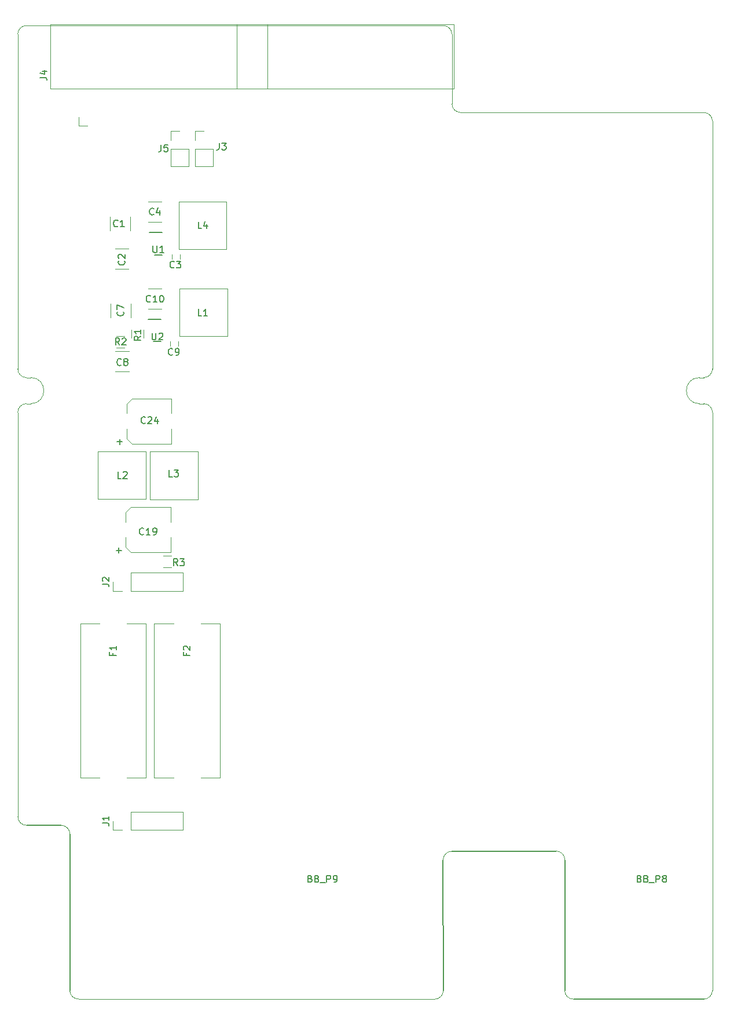
<source format=gto>
G04 #@! TF.FileFunction,Legend,Top*
%FSLAX46Y46*%
G04 Gerber Fmt 4.6, Leading zero omitted, Abs format (unit mm)*
G04 Created by KiCad (PCBNEW 4.0.7) date Monday, July 09, 2018 'PMt' 12:45:27 PM*
%MOMM*%
%LPD*%
G01*
G04 APERTURE LIST*
%ADD10C,0.020000*%
%ADD11C,0.100000*%
%ADD12C,0.150000*%
%ADD13C,0.120000*%
G04 APERTURE END LIST*
D10*
D11*
X27927300Y-67271900D02*
G75*
G02X29222700Y-68567300I0J-1295400D01*
G01*
X11417300Y-68567300D02*
G75*
G02X12687300Y-67297300I1270000J0D01*
G01*
X-44437300Y-63512700D02*
G75*
G02X-43167300Y-64782700I0J-1270000D01*
G01*
X11442700Y-87642700D02*
G75*
G02X10172700Y-88912700I-1270000J0D01*
G01*
X30467300Y-88912700D02*
G75*
G02X29197300Y-87642700I0J1270000D01*
G01*
D12*
X30480000Y-88900000D02*
X49530000Y-88900000D01*
D11*
X-41922700Y-88887300D02*
G75*
G02X-43192700Y-87617300I0J1270000D01*
G01*
D12*
X-43167300Y-64782700D02*
X-43180000Y-87630000D01*
X-49530000Y-63500000D02*
X-44437300Y-63512700D01*
X29222700Y-68567300D02*
X29210000Y-87630000D01*
X12687300Y-67297300D02*
X27927300Y-67297300D01*
X11430000Y-87630000D02*
X11417300Y-68567300D01*
D11*
X-50800000Y-3175000D02*
G75*
G02X-49530000Y-1905000I1270000J0D01*
G01*
X-49530000Y-1905000D02*
X-48895000Y-1905000D01*
X-48895000Y1905000D02*
G75*
G02X-48895000Y-1905000I0J-1905000D01*
G01*
X-48895000Y1905000D02*
X-49530000Y1905000D01*
X-49530000Y1905000D02*
G75*
G02X-50800000Y3175000I0J1270000D01*
G01*
X-50800000Y52070000D02*
X-50800000Y3175000D01*
X-50800000Y52070000D02*
G75*
G02X-49530000Y53340000I1270000J0D01*
G01*
X11430000Y53340000D02*
X-49530000Y53340000D01*
X11430000Y53340000D02*
G75*
G02X12700000Y52070000I0J-1270000D01*
G01*
X12700000Y52070000D02*
X12700000Y41910000D01*
X13970000Y40640000D02*
G75*
G02X12700000Y41910000I0J1270000D01*
G01*
X13970000Y40640000D02*
X49530000Y40640000D01*
X49530000Y40640000D02*
G75*
G02X50800000Y39370000I0J-1270000D01*
G01*
X50800000Y3175000D02*
X50800000Y39370000D01*
X50800000Y3175000D02*
G75*
G02X49530000Y1905000I-1270000J0D01*
G01*
X48895000Y1905000D02*
X49530000Y1905000D01*
X48895000Y-1905000D02*
G75*
G02X48895000Y1905000I0J1905000D01*
G01*
X49530000Y-1905000D02*
X48895000Y-1905000D01*
X49530000Y-1905000D02*
G75*
G02X50800000Y-3175000I0J-1270000D01*
G01*
X50800000Y-87630000D02*
X50800000Y-3175000D01*
X50800000Y-87630000D02*
G75*
G02X49530000Y-88900000I-1270000J0D01*
G01*
X-41910000Y-88900000D02*
X10160000Y-88900000D01*
X-49517300Y-63512700D02*
G75*
G02X-50787300Y-62242700I0J1270000D01*
G01*
X-50800000Y-3175000D02*
X-50800000Y-62230000D01*
D13*
X-41910000Y38722300D02*
X-40640000Y38722300D01*
X-41910000Y39992300D02*
X-41910000Y38722300D01*
X-45990000Y53472300D02*
X12970000Y53472300D01*
X-45990000Y44122300D02*
X-45990000Y53472300D01*
X-18760000Y44122300D02*
X-18760000Y53472300D01*
X-14260000Y44122300D02*
X-14260000Y53472300D01*
X12970000Y44122300D02*
X12970000Y53472300D01*
X12970000Y44122300D02*
X-45990000Y44122300D01*
X-37294000Y25384000D02*
X-37294000Y23384000D01*
X-34334000Y23384000D02*
X-34334000Y25384000D01*
X-36560000Y17824000D02*
X-34560000Y17824000D01*
X-34560000Y20784000D02*
X-36560000Y20784000D01*
X-27086000Y19908000D02*
X-27086000Y19208000D01*
X-28286000Y19208000D02*
X-28286000Y19908000D01*
X-31734000Y24682000D02*
X-29734000Y24682000D01*
X-29734000Y27642000D02*
X-31734000Y27642000D01*
X-37243200Y12709400D02*
X-37243200Y10709400D01*
X-34283200Y10709400D02*
X-34283200Y12709400D01*
X-36509200Y2838000D02*
X-34509200Y2838000D01*
X-34509200Y5798000D02*
X-36509200Y5798000D01*
X-27340000Y7208000D02*
X-27340000Y6508000D01*
X-28540000Y6508000D02*
X-28540000Y7208000D01*
X-31734000Y11982000D02*
X-29734000Y11982000D01*
X-29734000Y14942000D02*
X-31734000Y14942000D01*
X-28450000Y-23620000D02*
X-28450000Y-21440000D01*
X-28450000Y-17020000D02*
X-28450000Y-19200000D01*
X-35050000Y-22860000D02*
X-35050000Y-21440000D01*
X-35050000Y-17780000D02*
X-35050000Y-19200000D01*
X-28450000Y-23620000D02*
X-34290000Y-23620000D01*
X-34290000Y-23620000D02*
X-35050000Y-22860000D01*
X-35050000Y-17780000D02*
X-34290000Y-17020000D01*
X-34290000Y-17020000D02*
X-28450000Y-17020000D01*
X-28290000Y-7745000D02*
X-28290000Y-5565000D01*
X-28290000Y-1145000D02*
X-28290000Y-3325000D01*
X-34890000Y-6985000D02*
X-34890000Y-5565000D01*
X-34890000Y-1905000D02*
X-34890000Y-3325000D01*
X-28290000Y-7745000D02*
X-34130000Y-7745000D01*
X-34130000Y-7745000D02*
X-34890000Y-6985000D01*
X-34890000Y-1905000D02*
X-34130000Y-1145000D01*
X-34130000Y-1145000D02*
X-28290000Y-1145000D01*
X-41630000Y-56515000D02*
X-38830000Y-56515000D01*
X-34830000Y-56515000D02*
X-32030000Y-56515000D01*
X-34830000Y-34015000D02*
X-32030000Y-34015000D01*
X-32030000Y-34015000D02*
X-32030000Y-56515000D01*
X-41630000Y-34015000D02*
X-41630000Y-56515000D01*
X-41630000Y-34015000D02*
X-38830000Y-34015000D01*
X-30835000Y-56515000D02*
X-28035000Y-56515000D01*
X-24035000Y-56515000D02*
X-21235000Y-56515000D01*
X-24035000Y-34015000D02*
X-21235000Y-34015000D01*
X-21235000Y-34015000D02*
X-21235000Y-56515000D01*
X-30835000Y-34015000D02*
X-30835000Y-56515000D01*
X-30835000Y-34015000D02*
X-28035000Y-34015000D01*
D11*
X-20122000Y7930000D02*
X-20122000Y14930000D01*
X-27122000Y14930000D02*
X-20122000Y14930000D01*
X-27122000Y7930000D02*
X-27122000Y14930000D01*
X-20122000Y7930000D02*
X-27122000Y7930000D01*
X-32060000Y-15845601D02*
X-32060000Y-8845601D01*
X-39060000Y-8845601D02*
X-32060000Y-8845601D01*
X-39060000Y-15845601D02*
X-39060000Y-8845601D01*
X-32060000Y-15845601D02*
X-39060000Y-15845601D01*
X-24440000Y-15920000D02*
X-24440000Y-8920000D01*
X-31440000Y-8920000D02*
X-24440000Y-8920000D01*
X-31440000Y-15920000D02*
X-31440000Y-8920000D01*
X-24440000Y-15920000D02*
X-31440000Y-15920000D01*
X-20249000Y20630000D02*
X-20249000Y27630000D01*
X-27249000Y27630000D02*
X-20249000Y27630000D01*
X-27249000Y20630000D02*
X-27249000Y27630000D01*
X-20249000Y20630000D02*
X-27249000Y20630000D01*
D13*
X-32394000Y8916000D02*
X-32394000Y7716000D01*
X-34154000Y7716000D02*
X-34154000Y8916000D01*
X-35214000Y6232000D02*
X-36414000Y6232000D01*
X-36414000Y7992000D02*
X-35214000Y7992000D01*
X-28305200Y-25848200D02*
X-29505200Y-25848200D01*
X-29505200Y-24088200D02*
X-28305200Y-24088200D01*
D12*
X-30801000Y19838000D02*
X-29651000Y19838000D01*
X-31576000Y23088000D02*
X-29651000Y23088000D01*
X-30964000Y7173000D02*
X-29814000Y7173000D01*
X-31739000Y10423000D02*
X-29814000Y10423000D01*
D13*
X-26610000Y-64195000D02*
X-26610000Y-61535000D01*
X-34290000Y-64195000D02*
X-26610000Y-64195000D01*
X-34290000Y-61535000D02*
X-26610000Y-61535000D01*
X-34290000Y-64195000D02*
X-34290000Y-61535000D01*
X-35560000Y-64195000D02*
X-36890000Y-64195000D01*
X-36890000Y-64195000D02*
X-36890000Y-62865000D01*
X-26610000Y-29270000D02*
X-26610000Y-26610000D01*
X-34290000Y-29270000D02*
X-26610000Y-29270000D01*
X-34290000Y-26610000D02*
X-26610000Y-26610000D01*
X-34290000Y-29270000D02*
X-34290000Y-26610000D01*
X-35560000Y-29270000D02*
X-36890000Y-29270000D01*
X-36890000Y-29270000D02*
X-36890000Y-27940000D01*
X-24888500Y32744100D02*
X-22228500Y32744100D01*
X-24888500Y35344100D02*
X-24888500Y32744100D01*
X-22228500Y35344100D02*
X-22228500Y32744100D01*
X-24888500Y35344100D02*
X-22228500Y35344100D01*
X-24888500Y36614100D02*
X-24888500Y37944100D01*
X-24888500Y37944100D02*
X-23558500Y37944100D01*
X-28444500Y32744100D02*
X-25784500Y32744100D01*
X-28444500Y35344100D02*
X-28444500Y32744100D01*
X-25784500Y35344100D02*
X-25784500Y32744100D01*
X-28444500Y35344100D02*
X-25784500Y35344100D01*
X-28444500Y36614100D02*
X-28444500Y37944100D01*
X-28444500Y37944100D02*
X-27114500Y37944100D01*
D12*
X-47537619Y45763967D02*
X-46823333Y45763967D01*
X-46680476Y45716347D01*
X-46585238Y45621109D01*
X-46537619Y45478252D01*
X-46537619Y45383014D01*
X-47204286Y46668729D02*
X-46537619Y46668729D01*
X-47585238Y46430633D02*
X-46870952Y46192538D01*
X-46870952Y46811586D01*
X-36161166Y24026857D02*
X-36208785Y23979238D01*
X-36351642Y23931619D01*
X-36446880Y23931619D01*
X-36589738Y23979238D01*
X-36684976Y24074476D01*
X-36732595Y24169714D01*
X-36780214Y24360190D01*
X-36780214Y24503048D01*
X-36732595Y24693524D01*
X-36684976Y24788762D01*
X-36589738Y24884000D01*
X-36446880Y24931619D01*
X-36351642Y24931619D01*
X-36208785Y24884000D01*
X-36161166Y24836381D01*
X-35208785Y23931619D02*
X-35780214Y23931619D01*
X-35494500Y23931619D02*
X-35494500Y24931619D01*
X-35589738Y24788762D01*
X-35684976Y24693524D01*
X-35780214Y24645905D01*
X-35202857Y18959434D02*
X-35155238Y18911815D01*
X-35107619Y18768958D01*
X-35107619Y18673720D01*
X-35155238Y18530862D01*
X-35250476Y18435624D01*
X-35345714Y18388005D01*
X-35536190Y18340386D01*
X-35679048Y18340386D01*
X-35869524Y18388005D01*
X-35964762Y18435624D01*
X-36060000Y18530862D01*
X-36107619Y18673720D01*
X-36107619Y18768958D01*
X-36060000Y18911815D01*
X-36012381Y18959434D01*
X-36012381Y19340386D02*
X-36060000Y19388005D01*
X-36107619Y19483243D01*
X-36107619Y19721339D01*
X-36060000Y19816577D01*
X-36012381Y19864196D01*
X-35917143Y19911815D01*
X-35821905Y19911815D01*
X-35679048Y19864196D01*
X-35107619Y19292767D01*
X-35107619Y19911815D01*
X-27911166Y18018957D02*
X-27958785Y17971338D01*
X-28101642Y17923719D01*
X-28196880Y17923719D01*
X-28339738Y17971338D01*
X-28434976Y18066576D01*
X-28482595Y18161814D01*
X-28530214Y18352290D01*
X-28530214Y18495148D01*
X-28482595Y18685624D01*
X-28434976Y18780862D01*
X-28339738Y18876100D01*
X-28196880Y18923719D01*
X-28101642Y18923719D01*
X-27958785Y18876100D01*
X-27911166Y18828481D01*
X-27577833Y18923719D02*
X-26958785Y18923719D01*
X-27292119Y18542767D01*
X-27149261Y18542767D01*
X-27054023Y18495148D01*
X-27006404Y18447529D01*
X-26958785Y18352290D01*
X-26958785Y18114195D01*
X-27006404Y18018957D01*
X-27054023Y17971338D01*
X-27149261Y17923719D01*
X-27434976Y17923719D01*
X-27530214Y17971338D01*
X-27577833Y18018957D01*
X-30900666Y25768957D02*
X-30948285Y25721338D01*
X-31091142Y25673719D01*
X-31186380Y25673719D01*
X-31329238Y25721338D01*
X-31424476Y25816576D01*
X-31472095Y25911814D01*
X-31519714Y26102290D01*
X-31519714Y26245148D01*
X-31472095Y26435624D01*
X-31424476Y26530862D01*
X-31329238Y26626100D01*
X-31186380Y26673719D01*
X-31091142Y26673719D01*
X-30948285Y26626100D01*
X-30900666Y26578481D01*
X-30043523Y26340386D02*
X-30043523Y25673719D01*
X-30281619Y26721338D02*
X-30519714Y26007052D01*
X-29900666Y26007052D01*
X-35387357Y11542734D02*
X-35339738Y11495115D01*
X-35292119Y11352258D01*
X-35292119Y11257020D01*
X-35339738Y11114162D01*
X-35434976Y11018924D01*
X-35530214Y10971305D01*
X-35720690Y10923686D01*
X-35863548Y10923686D01*
X-36054024Y10971305D01*
X-36149262Y11018924D01*
X-36244500Y11114162D01*
X-36292119Y11257020D01*
X-36292119Y11352258D01*
X-36244500Y11495115D01*
X-36196881Y11542734D01*
X-36292119Y11876067D02*
X-36292119Y12542734D01*
X-35292119Y12114162D01*
X-35661166Y3768957D02*
X-35708785Y3721338D01*
X-35851642Y3673719D01*
X-35946880Y3673719D01*
X-36089738Y3721338D01*
X-36184976Y3816576D01*
X-36232595Y3911814D01*
X-36280214Y4102290D01*
X-36280214Y4245148D01*
X-36232595Y4435624D01*
X-36184976Y4530862D01*
X-36089738Y4626100D01*
X-35946880Y4673719D01*
X-35851642Y4673719D01*
X-35708785Y4626100D01*
X-35661166Y4578481D01*
X-35089738Y4245148D02*
X-35184976Y4292767D01*
X-35232595Y4340386D01*
X-35280214Y4435624D01*
X-35280214Y4483243D01*
X-35232595Y4578481D01*
X-35184976Y4626100D01*
X-35089738Y4673719D01*
X-34899261Y4673719D01*
X-34804023Y4626100D01*
X-34756404Y4578481D01*
X-34708785Y4483243D01*
X-34708785Y4435624D01*
X-34756404Y4340386D01*
X-34804023Y4292767D01*
X-34899261Y4245148D01*
X-35089738Y4245148D01*
X-35184976Y4197529D01*
X-35232595Y4149910D01*
X-35280214Y4054671D01*
X-35280214Y3864195D01*
X-35232595Y3768957D01*
X-35184976Y3721338D01*
X-35089738Y3673719D01*
X-34899261Y3673719D01*
X-34804023Y3721338D01*
X-34756404Y3768957D01*
X-34708785Y3864195D01*
X-34708785Y4054671D01*
X-34756404Y4149910D01*
X-34804023Y4197529D01*
X-34899261Y4245148D01*
X-28161166Y5268957D02*
X-28208785Y5221338D01*
X-28351642Y5173719D01*
X-28446880Y5173719D01*
X-28589738Y5221338D01*
X-28684976Y5316576D01*
X-28732595Y5411814D01*
X-28780214Y5602290D01*
X-28780214Y5745148D01*
X-28732595Y5935624D01*
X-28684976Y6030862D01*
X-28589738Y6126100D01*
X-28446880Y6173719D01*
X-28351642Y6173719D01*
X-28208785Y6126100D01*
X-28161166Y6078481D01*
X-27684976Y5173719D02*
X-27494500Y5173719D01*
X-27399261Y5221338D01*
X-27351642Y5268957D01*
X-27256404Y5411814D01*
X-27208785Y5602290D01*
X-27208785Y5983243D01*
X-27256404Y6078481D01*
X-27304023Y6126100D01*
X-27399261Y6173719D01*
X-27589738Y6173719D01*
X-27684976Y6126100D01*
X-27732595Y6078481D01*
X-27780214Y5983243D01*
X-27780214Y5745148D01*
X-27732595Y5649910D01*
X-27684976Y5602290D01*
X-27589738Y5554671D01*
X-27399261Y5554671D01*
X-27304023Y5602290D01*
X-27256404Y5649910D01*
X-27208785Y5745148D01*
X-31376857Y13018957D02*
X-31424476Y12971338D01*
X-31567333Y12923719D01*
X-31662571Y12923719D01*
X-31805429Y12971338D01*
X-31900667Y13066576D01*
X-31948286Y13161814D01*
X-31995905Y13352290D01*
X-31995905Y13495148D01*
X-31948286Y13685624D01*
X-31900667Y13780862D01*
X-31805429Y13876100D01*
X-31662571Y13923719D01*
X-31567333Y13923719D01*
X-31424476Y13876100D01*
X-31376857Y13828481D01*
X-30424476Y12923719D02*
X-30995905Y12923719D01*
X-30710191Y12923719D02*
X-30710191Y13923719D01*
X-30805429Y13780862D01*
X-30900667Y13685624D01*
X-30995905Y13638005D01*
X-29805429Y13923719D02*
X-29710190Y13923719D01*
X-29614952Y13876100D01*
X-29567333Y13828481D01*
X-29519714Y13733243D01*
X-29472095Y13542767D01*
X-29472095Y13304671D01*
X-29519714Y13114195D01*
X-29567333Y13018957D01*
X-29614952Y12971338D01*
X-29710190Y12923719D01*
X-29805429Y12923719D01*
X-29900667Y12971338D01*
X-29948286Y13018957D01*
X-29995905Y13114195D01*
X-30043524Y13304671D01*
X-30043524Y13542767D01*
X-29995905Y13733243D01*
X-29948286Y13828481D01*
X-29900667Y13876100D01*
X-29805429Y13923719D01*
X-32387357Y-20981043D02*
X-32434976Y-21028662D01*
X-32577833Y-21076281D01*
X-32673071Y-21076281D01*
X-32815929Y-21028662D01*
X-32911167Y-20933424D01*
X-32958786Y-20838186D01*
X-33006405Y-20647710D01*
X-33006405Y-20504852D01*
X-32958786Y-20314376D01*
X-32911167Y-20219138D01*
X-32815929Y-20123900D01*
X-32673071Y-20076281D01*
X-32577833Y-20076281D01*
X-32434976Y-20123900D01*
X-32387357Y-20171519D01*
X-31434976Y-21076281D02*
X-32006405Y-21076281D01*
X-31720691Y-21076281D02*
X-31720691Y-20076281D01*
X-31815929Y-20219138D01*
X-31911167Y-20314376D01*
X-32006405Y-20361995D01*
X-30958786Y-21076281D02*
X-30768310Y-21076281D01*
X-30673071Y-21028662D01*
X-30625452Y-20981043D01*
X-30530214Y-20838186D01*
X-30482595Y-20647710D01*
X-30482595Y-20266757D01*
X-30530214Y-20171519D01*
X-30577833Y-20123900D01*
X-30673071Y-20076281D01*
X-30863548Y-20076281D01*
X-30958786Y-20123900D01*
X-31006405Y-20171519D01*
X-31054024Y-20266757D01*
X-31054024Y-20504852D01*
X-31006405Y-20600090D01*
X-30958786Y-20647710D01*
X-30863548Y-20695329D01*
X-30673071Y-20695329D01*
X-30577833Y-20647710D01*
X-30530214Y-20600090D01*
X-30482595Y-20504852D01*
X-36410952Y-23351429D02*
X-35649047Y-23351429D01*
X-36029999Y-23732381D02*
X-36029999Y-22970476D01*
X-32137357Y-4731043D02*
X-32184976Y-4778662D01*
X-32327833Y-4826281D01*
X-32423071Y-4826281D01*
X-32565929Y-4778662D01*
X-32661167Y-4683424D01*
X-32708786Y-4588186D01*
X-32756405Y-4397710D01*
X-32756405Y-4254852D01*
X-32708786Y-4064376D01*
X-32661167Y-3969138D01*
X-32565929Y-3873900D01*
X-32423071Y-3826281D01*
X-32327833Y-3826281D01*
X-32184976Y-3873900D01*
X-32137357Y-3921519D01*
X-31756405Y-3921519D02*
X-31708786Y-3873900D01*
X-31613548Y-3826281D01*
X-31375452Y-3826281D01*
X-31280214Y-3873900D01*
X-31232595Y-3921519D01*
X-31184976Y-4016757D01*
X-31184976Y-4111995D01*
X-31232595Y-4254852D01*
X-31804024Y-4826281D01*
X-31184976Y-4826281D01*
X-30327833Y-4159614D02*
X-30327833Y-4826281D01*
X-30565929Y-3778662D02*
X-30804024Y-4492948D01*
X-30184976Y-4492948D01*
X-36250952Y-7476429D02*
X-35489047Y-7476429D01*
X-35869999Y-7857381D02*
X-35869999Y-7095476D01*
X-36901429Y-38348333D02*
X-36901429Y-38681667D01*
X-36377619Y-38681667D02*
X-37377619Y-38681667D01*
X-37377619Y-38205476D01*
X-36377619Y-37300714D02*
X-36377619Y-37872143D01*
X-36377619Y-37586429D02*
X-37377619Y-37586429D01*
X-37234762Y-37681667D01*
X-37139524Y-37776905D01*
X-37091905Y-37872143D01*
X-26106429Y-38348333D02*
X-26106429Y-38681667D01*
X-25582619Y-38681667D02*
X-26582619Y-38681667D01*
X-26582619Y-38205476D01*
X-26487381Y-37872143D02*
X-26535000Y-37824524D01*
X-26582619Y-37729286D01*
X-26582619Y-37491190D01*
X-26535000Y-37395952D01*
X-26487381Y-37348333D01*
X-26392143Y-37300714D01*
X-26296905Y-37300714D01*
X-26154048Y-37348333D01*
X-25582619Y-37919762D01*
X-25582619Y-37300714D01*
X-23911166Y10923719D02*
X-24387357Y10923719D01*
X-24387357Y11923719D01*
X-23054023Y10923719D02*
X-23625452Y10923719D01*
X-23339738Y10923719D02*
X-23339738Y11923719D01*
X-23434976Y11780862D01*
X-23530214Y11685624D01*
X-23625452Y11638005D01*
X-35661166Y-12826281D02*
X-36137357Y-12826281D01*
X-36137357Y-11826281D01*
X-35375452Y-11921519D02*
X-35327833Y-11873900D01*
X-35232595Y-11826281D01*
X-34994499Y-11826281D01*
X-34899261Y-11873900D01*
X-34851642Y-11921519D01*
X-34804023Y-12016757D01*
X-34804023Y-12111995D01*
X-34851642Y-12254852D01*
X-35423071Y-12826281D01*
X-34804023Y-12826281D01*
X-28161166Y-12576281D02*
X-28637357Y-12576281D01*
X-28637357Y-11576281D01*
X-27923071Y-11576281D02*
X-27304023Y-11576281D01*
X-27637357Y-11957233D01*
X-27494499Y-11957233D01*
X-27399261Y-12004852D01*
X-27351642Y-12052471D01*
X-27304023Y-12147710D01*
X-27304023Y-12385805D01*
X-27351642Y-12481043D01*
X-27399261Y-12528662D01*
X-27494499Y-12576281D01*
X-27780214Y-12576281D01*
X-27875452Y-12528662D01*
X-27923071Y-12481043D01*
X-23915666Y23673719D02*
X-24391857Y23673719D01*
X-24391857Y24673719D01*
X-23153761Y24340386D02*
X-23153761Y23673719D01*
X-23391857Y24721338D02*
X-23629952Y24007052D01*
X-23010904Y24007052D01*
X-32792119Y7959434D02*
X-33268310Y7626100D01*
X-32792119Y7388005D02*
X-33792119Y7388005D01*
X-33792119Y7768958D01*
X-33744500Y7864196D01*
X-33696881Y7911815D01*
X-33601643Y7959434D01*
X-33458786Y7959434D01*
X-33363548Y7911815D01*
X-33315929Y7864196D01*
X-33268310Y7768958D01*
X-33268310Y7388005D01*
X-32792119Y8911815D02*
X-32792119Y8340386D01*
X-32792119Y8626100D02*
X-33792119Y8626100D01*
X-33649262Y8530862D01*
X-33554024Y8435624D01*
X-33506405Y8340386D01*
X-35911166Y6673719D02*
X-36244500Y7149910D01*
X-36482595Y6673719D02*
X-36482595Y7673719D01*
X-36101642Y7673719D01*
X-36006404Y7626100D01*
X-35958785Y7578481D01*
X-35911166Y7483243D01*
X-35911166Y7340386D01*
X-35958785Y7245148D01*
X-36006404Y7197529D01*
X-36101642Y7149910D01*
X-36482595Y7149910D01*
X-35530214Y7578481D02*
X-35482595Y7626100D01*
X-35387357Y7673719D01*
X-35149261Y7673719D01*
X-35054023Y7626100D01*
X-35006404Y7578481D01*
X-34958785Y7483243D01*
X-34958785Y7388005D01*
X-35006404Y7245148D01*
X-35577833Y6673719D01*
X-34958785Y6673719D01*
X-27411166Y-25576281D02*
X-27744500Y-25100090D01*
X-27982595Y-25576281D02*
X-27982595Y-24576281D01*
X-27601642Y-24576281D01*
X-27506404Y-24623900D01*
X-27458785Y-24671519D01*
X-27411166Y-24766757D01*
X-27411166Y-24909614D01*
X-27458785Y-25004852D01*
X-27506404Y-25052471D01*
X-27601642Y-25100090D01*
X-27982595Y-25100090D01*
X-27077833Y-24576281D02*
X-26458785Y-24576281D01*
X-26792119Y-24957233D01*
X-26649261Y-24957233D01*
X-26554023Y-25004852D01*
X-26506404Y-25052471D01*
X-26458785Y-25147710D01*
X-26458785Y-25385805D01*
X-26506404Y-25481043D01*
X-26554023Y-25528662D01*
X-26649261Y-25576281D01*
X-26934976Y-25576281D01*
X-27030214Y-25528662D01*
X-27077833Y-25481043D01*
X-31006405Y21173719D02*
X-31006405Y20364195D01*
X-30958786Y20268957D01*
X-30911167Y20221338D01*
X-30815929Y20173719D01*
X-30625452Y20173719D01*
X-30530214Y20221338D01*
X-30482595Y20268957D01*
X-30434976Y20364195D01*
X-30434976Y21173719D01*
X-29434976Y20173719D02*
X-30006405Y20173719D01*
X-29720691Y20173719D02*
X-29720691Y21173719D01*
X-29815929Y21030862D01*
X-29911167Y20935624D01*
X-30006405Y20888005D01*
X-31150905Y8423719D02*
X-31150905Y7614195D01*
X-31103286Y7518957D01*
X-31055667Y7471338D01*
X-30960429Y7423719D01*
X-30769952Y7423719D01*
X-30674714Y7471338D01*
X-30627095Y7518957D01*
X-30579476Y7614195D01*
X-30579476Y8423719D01*
X-30150905Y8328481D02*
X-30103286Y8376100D01*
X-30008048Y8423719D01*
X-29769952Y8423719D01*
X-29674714Y8376100D01*
X-29627095Y8328481D01*
X-29579476Y8233243D01*
X-29579476Y8138005D01*
X-29627095Y7995148D01*
X-30198524Y7423719D01*
X-29579476Y7423719D01*
X-38437619Y-63198333D02*
X-37723333Y-63198333D01*
X-37580476Y-63245953D01*
X-37485238Y-63341191D01*
X-37437619Y-63484048D01*
X-37437619Y-63579286D01*
X-37437619Y-62198333D02*
X-37437619Y-62769762D01*
X-37437619Y-62484048D02*
X-38437619Y-62484048D01*
X-38294762Y-62579286D01*
X-38199524Y-62674524D01*
X-38151905Y-62769762D01*
X-38437619Y-28273333D02*
X-37723333Y-28273333D01*
X-37580476Y-28320953D01*
X-37485238Y-28416191D01*
X-37437619Y-28559048D01*
X-37437619Y-28654286D01*
X-38342381Y-27844762D02*
X-38390000Y-27797143D01*
X-38437619Y-27701905D01*
X-38437619Y-27463809D01*
X-38390000Y-27368571D01*
X-38342381Y-27320952D01*
X-38247143Y-27273333D01*
X-38151905Y-27273333D01*
X-38009048Y-27320952D01*
X-37437619Y-27892381D01*
X-37437619Y-27273333D01*
X-21327833Y36173719D02*
X-21327833Y35459433D01*
X-21375453Y35316576D01*
X-21470691Y35221338D01*
X-21613548Y35173719D01*
X-21708786Y35173719D01*
X-20946881Y36173719D02*
X-20327833Y36173719D01*
X-20661167Y35792767D01*
X-20518309Y35792767D01*
X-20423071Y35745148D01*
X-20375452Y35697529D01*
X-20327833Y35602290D01*
X-20327833Y35364195D01*
X-20375452Y35268957D01*
X-20423071Y35221338D01*
X-20518309Y35173719D01*
X-20804024Y35173719D01*
X-20899262Y35221338D01*
X-20946881Y35268957D01*
X-29827833Y35923719D02*
X-29827833Y35209433D01*
X-29875453Y35066576D01*
X-29970691Y34971338D01*
X-30113548Y34923719D01*
X-30208786Y34923719D01*
X-28875452Y35923719D02*
X-29351643Y35923719D01*
X-29399262Y35447529D01*
X-29351643Y35495148D01*
X-29256405Y35542767D01*
X-29018309Y35542767D01*
X-28923071Y35495148D01*
X-28875452Y35447529D01*
X-28827833Y35352290D01*
X-28827833Y35114195D01*
X-28875452Y35018957D01*
X-28923071Y34971338D01*
X-29018309Y34923719D01*
X-29256405Y34923719D01*
X-29351643Y34971338D01*
X-29399262Y35018957D01*
X40124286Y-71302471D02*
X40267143Y-71350090D01*
X40314762Y-71397710D01*
X40362381Y-71492948D01*
X40362381Y-71635805D01*
X40314762Y-71731043D01*
X40267143Y-71778662D01*
X40171905Y-71826281D01*
X39790952Y-71826281D01*
X39790952Y-70826281D01*
X40124286Y-70826281D01*
X40219524Y-70873900D01*
X40267143Y-70921519D01*
X40314762Y-71016757D01*
X40314762Y-71111995D01*
X40267143Y-71207233D01*
X40219524Y-71254852D01*
X40124286Y-71302471D01*
X39790952Y-71302471D01*
X41124286Y-71302471D02*
X41267143Y-71350090D01*
X41314762Y-71397710D01*
X41362381Y-71492948D01*
X41362381Y-71635805D01*
X41314762Y-71731043D01*
X41267143Y-71778662D01*
X41171905Y-71826281D01*
X40790952Y-71826281D01*
X40790952Y-70826281D01*
X41124286Y-70826281D01*
X41219524Y-70873900D01*
X41267143Y-70921519D01*
X41314762Y-71016757D01*
X41314762Y-71111995D01*
X41267143Y-71207233D01*
X41219524Y-71254852D01*
X41124286Y-71302471D01*
X40790952Y-71302471D01*
X41552857Y-71921519D02*
X42314762Y-71921519D01*
X42552857Y-71826281D02*
X42552857Y-70826281D01*
X42933810Y-70826281D01*
X43029048Y-70873900D01*
X43076667Y-70921519D01*
X43124286Y-71016757D01*
X43124286Y-71159614D01*
X43076667Y-71254852D01*
X43029048Y-71302471D01*
X42933810Y-71350090D01*
X42552857Y-71350090D01*
X43695714Y-71254852D02*
X43600476Y-71207233D01*
X43552857Y-71159614D01*
X43505238Y-71064376D01*
X43505238Y-71016757D01*
X43552857Y-70921519D01*
X43600476Y-70873900D01*
X43695714Y-70826281D01*
X43886191Y-70826281D01*
X43981429Y-70873900D01*
X44029048Y-70921519D01*
X44076667Y-71016757D01*
X44076667Y-71064376D01*
X44029048Y-71159614D01*
X43981429Y-71207233D01*
X43886191Y-71254852D01*
X43695714Y-71254852D01*
X43600476Y-71302471D01*
X43552857Y-71350090D01*
X43505238Y-71445329D01*
X43505238Y-71635805D01*
X43552857Y-71731043D01*
X43600476Y-71778662D01*
X43695714Y-71826281D01*
X43886191Y-71826281D01*
X43981429Y-71778662D01*
X44029048Y-71731043D01*
X44076667Y-71635805D01*
X44076667Y-71445329D01*
X44029048Y-71350090D01*
X43981429Y-71302471D01*
X43886191Y-71254852D01*
X-8030214Y-71302471D02*
X-7887357Y-71350090D01*
X-7839738Y-71397710D01*
X-7792119Y-71492948D01*
X-7792119Y-71635805D01*
X-7839738Y-71731043D01*
X-7887357Y-71778662D01*
X-7982595Y-71826281D01*
X-8363548Y-71826281D01*
X-8363548Y-70826281D01*
X-8030214Y-70826281D01*
X-7934976Y-70873900D01*
X-7887357Y-70921519D01*
X-7839738Y-71016757D01*
X-7839738Y-71111995D01*
X-7887357Y-71207233D01*
X-7934976Y-71254852D01*
X-8030214Y-71302471D01*
X-8363548Y-71302471D01*
X-7030214Y-71302471D02*
X-6887357Y-71350090D01*
X-6839738Y-71397710D01*
X-6792119Y-71492948D01*
X-6792119Y-71635805D01*
X-6839738Y-71731043D01*
X-6887357Y-71778662D01*
X-6982595Y-71826281D01*
X-7363548Y-71826281D01*
X-7363548Y-70826281D01*
X-7030214Y-70826281D01*
X-6934976Y-70873900D01*
X-6887357Y-70921519D01*
X-6839738Y-71016757D01*
X-6839738Y-71111995D01*
X-6887357Y-71207233D01*
X-6934976Y-71254852D01*
X-7030214Y-71302471D01*
X-7363548Y-71302471D01*
X-6601643Y-71921519D02*
X-5839738Y-71921519D01*
X-5601643Y-71826281D02*
X-5601643Y-70826281D01*
X-5220690Y-70826281D01*
X-5125452Y-70873900D01*
X-5077833Y-70921519D01*
X-5030214Y-71016757D01*
X-5030214Y-71159614D01*
X-5077833Y-71254852D01*
X-5125452Y-71302471D01*
X-5220690Y-71350090D01*
X-5601643Y-71350090D01*
X-4554024Y-71826281D02*
X-4363548Y-71826281D01*
X-4268309Y-71778662D01*
X-4220690Y-71731043D01*
X-4125452Y-71588186D01*
X-4077833Y-71397710D01*
X-4077833Y-71016757D01*
X-4125452Y-70921519D01*
X-4173071Y-70873900D01*
X-4268309Y-70826281D01*
X-4458786Y-70826281D01*
X-4554024Y-70873900D01*
X-4601643Y-70921519D01*
X-4649262Y-71016757D01*
X-4649262Y-71254852D01*
X-4601643Y-71350090D01*
X-4554024Y-71397710D01*
X-4458786Y-71445329D01*
X-4268309Y-71445329D01*
X-4173071Y-71397710D01*
X-4125452Y-71350090D01*
X-4077833Y-71254852D01*
M02*

</source>
